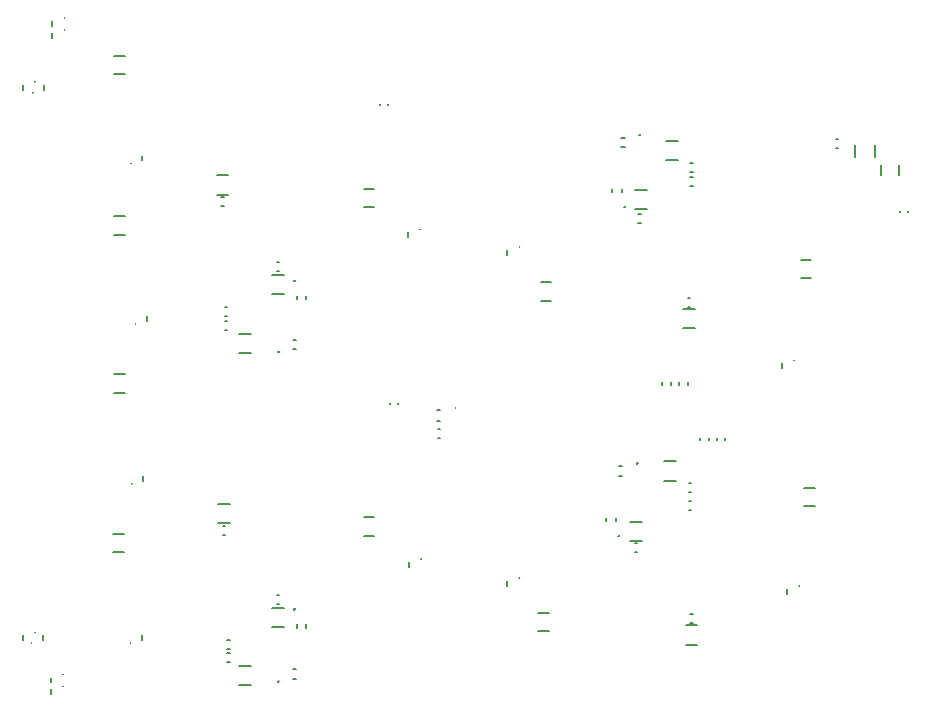
<source format=gbo>
G04*
G04 #@! TF.GenerationSoftware,Altium Limited,Altium Designer,23.9.2 (47)*
G04*
G04 Layer_Color=32896*
%FSLAX25Y25*%
%MOIN*%
G70*
G04*
G04 #@! TF.SameCoordinates,282F133A-872F-418E-B260-DD41B2CE053A*
G04*
G04*
G04 #@! TF.FilePolarity,Positive*
G04*
G01*
G75*
%ADD12C,0.01000*%
%ADD13C,0.00700*%
%ADD15C,0.00787*%
%ADD16C,0.00500*%
%ADD21C,0.00669*%
D12*
X220317Y59854D02*
G03*
X220317Y59854I-100J0D01*
G01*
X226466Y83996D02*
G03*
X226466Y83996I-100J0D01*
G01*
X112167Y35421D02*
G03*
X112167Y35421I-100J0D01*
G01*
X106805Y11280D02*
G03*
X106805Y11280I-100J0D01*
G01*
X222285Y169441D02*
G03*
X222285Y169441I-100J0D01*
G01*
X227254Y193445D02*
G03*
X227254Y193445I-100J0D01*
G01*
X112167Y144870D02*
G03*
X112167Y144870I-100J0D01*
G01*
X106805Y121122D02*
G03*
X106805Y121122I-100J0D01*
G01*
D13*
X278803Y118335D02*
G03*
X278803Y118335I-100J0D01*
G01*
X187071Y45895D02*
G03*
X187071Y45895I-100J0D01*
G01*
X154394Y52194D02*
G03*
X154394Y52194I-100J0D01*
G01*
X187139Y156131D02*
G03*
X187139Y156131I-100J0D01*
G01*
X154000Y162036D02*
G03*
X154000Y162036I-100J0D01*
G01*
X165836Y102500D02*
G03*
X165836Y102500I-100J0D01*
G01*
X25653Y27784D02*
G03*
X25653Y27784I-100J0D01*
G01*
Y211249D02*
G03*
X25653Y211249I-100J0D01*
G01*
X24940Y207649D02*
G03*
X24940Y207649I-100J0D01*
G01*
X35496Y228572D02*
G03*
X35496Y228572I-100J0D01*
G01*
Y232509D02*
G03*
X35496Y232509I-100J0D01*
G01*
X57617Y184027D02*
G03*
X57617Y184027I-100J0D01*
G01*
Y24184D02*
G03*
X57617Y24184I-100J0D01*
G01*
X24546D02*
G03*
X24546Y24184I-100J0D01*
G01*
X35102Y13611D02*
G03*
X35102Y13611I-100J0D01*
G01*
Y9674D02*
G03*
X35102Y9674I-100J0D01*
G01*
X280378Y43139D02*
G03*
X280378Y43139I-100J0D01*
G01*
X58011Y77334D02*
G03*
X58011Y77334I-100J0D01*
G01*
X59192Y130483D02*
G03*
X59192Y130483I-100J0D01*
G01*
X159655Y98300D02*
X160836D01*
X159646Y101700D02*
X160827D01*
X216116Y64764D02*
Y65945D01*
X219317Y64764D02*
Y65945D01*
X220276Y79896D02*
X221457D01*
X220276Y83096D02*
X221457D01*
X112967Y29331D02*
Y30512D01*
X116167Y29331D02*
Y30512D01*
X111614Y15380D02*
X112795D01*
X111614Y12179D02*
X112795D01*
X221285Y174350D02*
Y175531D01*
X218085Y174350D02*
Y175531D01*
X221063Y192545D02*
X222244D01*
X221063Y189345D02*
X222244D01*
X112967Y138779D02*
Y139961D01*
X116167Y138779D02*
Y139961D01*
X111614Y122022D02*
X112795D01*
X111614Y125222D02*
X112795D01*
D15*
X140748Y203346D02*
Y203740D01*
X143504Y203346D02*
Y203740D01*
X159843Y95571D02*
X160630D01*
X159843Y92618D02*
X160630D01*
X52165Y219980D02*
X55709D01*
X52165Y213878D02*
X55709D01*
X51772Y60532D02*
X55315D01*
X51772Y54429D02*
X55315D01*
X243701Y71555D02*
X244488D01*
X243701Y68602D02*
X244488D01*
X135236Y169390D02*
X138779D01*
X135236Y175492D02*
X138779D01*
X106299Y148130D02*
X107087D01*
X106299Y151083D02*
X107087D01*
X313976Y167913D02*
Y168307D01*
X316732Y167913D02*
Y168307D01*
X313681Y180118D02*
Y183661D01*
X307579Y180118D02*
Y183661D01*
X292520Y189075D02*
X293307D01*
X292520Y192028D02*
X293307D01*
X146653Y103740D02*
Y104134D01*
X143898Y103740D02*
Y104134D01*
X252854Y91732D02*
Y92520D01*
X255807Y91732D02*
Y92520D01*
X247342Y91732D02*
Y92520D01*
X250295Y91732D02*
Y92520D01*
X193504Y34154D02*
X197047D01*
X193504Y28051D02*
X197047D01*
X243701Y74508D02*
X244488D01*
X243701Y77461D02*
X244488D01*
X225590Y57382D02*
X226378D01*
X225590Y54429D02*
X226378D01*
X244094Y30807D02*
X244882D01*
X244094Y33760D02*
X244882D01*
X106299Y40059D02*
X107087D01*
X106299Y37106D02*
X107087D01*
X88189Y60335D02*
X88976D01*
X88189Y63287D02*
X88976D01*
X135236Y66043D02*
X138779D01*
X135236Y59941D02*
X138779D01*
X89764Y22146D02*
X90551D01*
X89764Y25098D02*
X90551D01*
X89764Y17815D02*
X90551D01*
X89764Y20768D02*
X90551D01*
X282087Y69784D02*
X285630D01*
X282087Y75886D02*
X285630D01*
X52165Y107579D02*
X55709D01*
X52165Y113681D02*
X55709D01*
X280906Y151870D02*
X284449D01*
X280906Y145768D02*
X284449D01*
X226772Y167224D02*
X227559D01*
X226772Y164272D02*
X227559D01*
X244094Y184153D02*
X244882D01*
X244094Y181201D02*
X244882D01*
X244094Y179429D02*
X244882D01*
X244094Y176476D02*
X244882D01*
X194291Y138287D02*
X197835D01*
X194291Y144390D02*
X197835D01*
X243307Y139272D02*
X244094D01*
X243307Y136319D02*
X244094D01*
X237697Y110236D02*
Y111024D01*
X234744Y110236D02*
Y111024D01*
X243209Y110236D02*
Y111024D01*
X240256Y110236D02*
Y111024D01*
X52165Y160335D02*
X55709D01*
X52165Y166437D02*
X55709D01*
X88976Y133169D02*
X89764D01*
X88976Y136122D02*
X89764D01*
X88976Y128445D02*
X89764D01*
X88976Y131398D02*
X89764D01*
X87795Y169783D02*
X88583D01*
X87795Y172736D02*
X88583D01*
D16*
X274803Y115736D02*
Y117336D01*
X183071Y43295D02*
Y44895D01*
X150393Y49594D02*
Y51194D01*
X183139Y153531D02*
Y155131D01*
X150000Y159437D02*
Y161037D01*
X21653Y25185D02*
Y26785D01*
Y208649D02*
Y210249D01*
X28741Y208648D02*
Y210248D01*
X31496Y225972D02*
Y227572D01*
Y229909D02*
Y231509D01*
X61418Y185026D02*
Y186626D01*
Y25184D02*
Y26784D01*
X28347Y25184D02*
Y26784D01*
X31102Y11012D02*
Y12612D01*
Y7075D02*
Y8675D01*
X276378Y40539D02*
Y42139D01*
X61811Y78333D02*
Y79933D01*
X62992Y131483D02*
Y133083D01*
D21*
X224016Y64665D02*
X227953D01*
X224016Y58169D02*
X227953D01*
X242520Y23524D02*
X246457D01*
X242520Y30020D02*
X246457D01*
X235433Y84744D02*
X239370D01*
X235433Y78248D02*
X239370D01*
X225591Y168799D02*
X229528D01*
X225591Y175295D02*
X229528D01*
X241732Y135531D02*
X245669D01*
X241732Y129035D02*
X245669D01*
X235967Y185091D02*
X239904D01*
X235967Y191587D02*
X239904D01*
X86614Y64075D02*
X90551D01*
X86614Y70571D02*
X90551D01*
X104724Y35925D02*
X108661D01*
X104724Y29429D02*
X108661D01*
X93701Y16634D02*
X97638D01*
X93701Y10138D02*
X97638D01*
X104724Y146949D02*
X108661D01*
X104724Y140453D02*
X108661D01*
X86221Y173524D02*
X90158D01*
X86221Y180020D02*
X90158D01*
X93701Y120768D02*
X97638D01*
X93701Y127264D02*
X97638D01*
X299114Y186221D02*
Y190157D01*
X305610Y186221D02*
Y190157D01*
M02*

</source>
